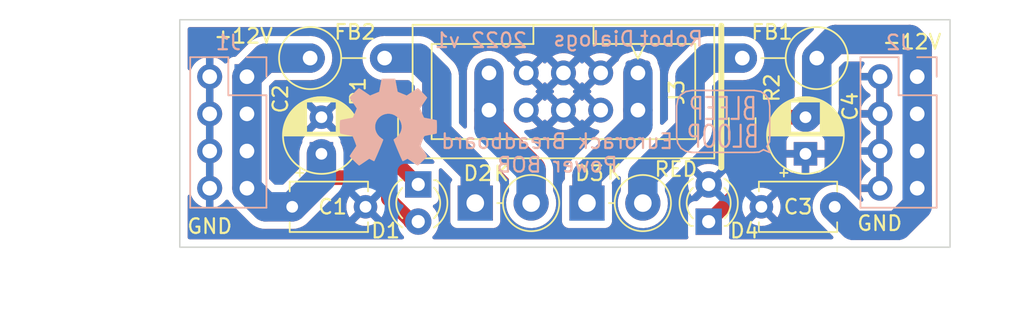
<source format=kicad_pcb>
(kicad_pcb (version 20211014) (generator pcbnew)
  (title_block (title "Eurorack Breadboard Power BOB") (date "2022-02-12") (rev "v1") (company "RobotDialogs"))
  (layers (0 "F.Cu" signal) (31 "B.Cu" signal) (34 "B.Paste" user) (35 "F.Paste" user) (36 "B.SilkS" user "B.Silkscreen") (37 "F.SilkS" user "F.Silkscreen") (38 "B.Mask" user) (39 "F.Mask" user) (44 "Edge.Cuts" user))
  (net 0 "")
  (net 1 "+12V")
  (net 2 "GND")
  (net 3 "-12V")
  (net 4 "Net-(D1-Pad1)")
  (net 5 "Net-(D2-Pad1)")
  (net 6 "+12VA")
  (net 7 "-12VA")
  (net 8 "Net-(D3-Pad2)")
  (net 9 "Net-(D4-Pad1)")
  (footprint "Capacitor_THT:CP_Radial_D5.0mm_P2.50mm" (layer "F.Cu") (at 134.62 77.659113 90)
    (fp_text reference "C2" (at 3.745113 -2.794 90) (layer "F.SilkS"))
    (fp_text value "100uF")
    (fp_line (start 1.49 -2.569) (end 1.49 -1.04) (layer "F.SilkS") (width 0.12))
    (fp_line (start 2.531 -2.247) (end 2.531 -1.04) (layer "F.SilkS") (width 0.12))
    (fp_line (start -1.554775 -1.475) (end -1.054775 -1.475) (layer "F.SilkS") (width 0.12))
    (fp_line (start 2.171 -2.414) (end 2.171 -1.04) (layer "F.SilkS") (width 0.12))
    (fp_line (start 3.691 -0.915) (end 3.691 0.915) (layer "F.SilkS") (width 0.12))
    (fp_line (start 3.771 -0.677) (end 3.771 0.677) (layer "F.SilkS") (width 0.12))
    (fp_line (start 2.691 1.04) (end 2.691 2.149) (layer "F.SilkS") (width 0.12))
    (fp_line (start 2.811 1.04) (end 2.811 2.065) (layer "F.SilkS") (width 0.12))
    (fp_line (start 2.091 -2.442) (end 2.091 -1.04) (layer "F.SilkS") (width 0.12))
    (fp_line (start 2.451 1.04) (end 2.451 2.29) (layer "F.SilkS") (width 0.12))
    (fp_line (start 1.53 -2.565) (end 1.53 -1.04) (layer "F.SilkS") (width 0.12))
    (fp_line (start 1.69 1.04) (end 1.69 2.543) (layer "F.SilkS") (width 0.12))
    (fp_line (start 3.371 -1.5) (end 3.371 -1.04) (layer "F.SilkS") (width 0.12))
    (fp_line (start 2.411 1.04) (end 2.411 2.31) (layer "F.SilkS") (width 0.12))
    (fp_line (start 3.811 -0.518) (end 3.811 0.518) (layer "F.SilkS") (width 0.12))
    (fp_line (start 1.65 -2.55) (end 1.65 -1.04) (layer "F.SilkS") (width 0.12))
    (fp_line (start 1.29 -2.58) (end 1.29 2.58) (layer "F.SilkS") (width 0.12))
    (fp_line (start 2.931 1.04) (end 2.931 1.971) (layer "F.SilkS") (width 0.12))
    (fp_line (start 1.89 -2.501) (end 1.89 -1.04) (layer "F.SilkS") (width 0.12))
    (fp_line (start 1.57 1.04) (end 1.57 2.561) (layer "F.SilkS") (width 0.12))
    (fp_line (start 3.851 -0.284) (end 3.851 0.284) (layer "F.SilkS") (width 0.12))
    (fp_line (start 1.77 1.04) (end 1.77 2.528) (layer "F.SilkS") (width 0.12))
    (fp_line (start 2.531 1.04) (end 2.531 2.247) (layer "F.SilkS") (width 0.12))
    (fp_line (start 3.331 1.04) (end 3.331 1.554) (layer "F.SilkS") (width 0.12))
    (fp_line (start 3.491 -1.319) (end 3.491 -1.04) (layer "F.SilkS") (width 0.12))
    (fp_line (start 3.291 -1.605) (end 3.291 -1.04) (layer "F.SilkS") (width 0.12))
    (fp_line (start 1.971 1.04) (end 1.971 2.48) (layer "F.SilkS") (width 0.12))
    (fp_line (start 3.091 -1.826) (end 3.091 -1.04) (layer "F.SilkS") (width 0.12))
    (fp_line (start 2.651 -2.175) (end 2.651 -1.04) (layer "F.SilkS") (width 0.12))
    (fp_line (start 3.131 -1.785) (end 3.131 -1.04) (layer "F.SilkS") (width 0.12))
    (fp_line (start 2.771 1.04) (end 2.771 2.095) (layer "F.SilkS") (width 0.12))
    (fp_line (start 3.571 -1.178) (end 3.571 1.178) (layer "F.SilkS") (width 0.12))
    (fp_line (start 2.331 -2.348) (end 2.331 -1.04) (layer "F.SilkS") (width 0.12))
    (fp_line (start 2.571 1.04) (end 2.571 2.224) (layer "F.SilkS") (width 0.12))
    (fp_line (start 3.051 1.04) (end 3.051 1.864) (layer "F.SilkS") (width 0.12))
    (fp_line (start 2.371 1.04) (end 2.371 2.329) (layer "F.SilkS") (width 0.12))
    (fp_line (start 1.73 -2.536) (end 1.73 -1.04) (layer "F.SilkS") (width 0.12))
    (fp_line (start 3.131 1.04) (end 3.131 1.785) (layer "F.SilkS") (width 0.12))
    (fp_line (start 2.251 -2.382) (end 2.251 -1.04) (layer "F.SilkS") (width 0.12))
    (fp_line (start 2.211 1.04) (end 2.211 2.398) (layer "F.SilkS") (width 0.12))
    (fp_line (start 2.891 -2.004) (end 2.891 -1.04) (layer "F.SilkS") (width 0.12))
    (fp_line (start 2.691 -2.149) (end 2.691 -1.04) (layer "F.SilkS") (width 0.12))
    (fp_line (start 2.411 -2.31) (end 2.411 -1.04) (layer "F.SilkS") (width 0.12))
    (fp_line (start 3.211 1.04) (end 3.211 1.699) (layer "F.SilkS") (width 0.12))
    (fp_line (start 2.011 1.04) (end 2.011 2.468) (layer "F.SilkS") (width 0.12))
    (fp_line (start 1.25 -2.58) (end 1.25 2.58) (layer "F.SilkS") (width 0.12))
    (fp_line (start 2.331 1.04) (end 2.331 2.348) (layer "F.SilkS") (width 0.12))
    (fp_line (start 1.93 -2.491) (end 1.93 -1.04) (layer "F.SilkS") (width 0.12))
    (fp_line (start 1.37 -2.578) (end 1.37 2.578) (layer "F.SilkS") (width 0.12))
    (fp_line (start 1.33 -2.579) (end 1.33 2.579) (layer "F.SilkS") (width 0.12))
    (fp_line (start 1.65 1.04) (end 1.65 2.55) (layer "F.SilkS") (width 0.12))
    (fp_line (start 1.93 1.04) (end 1.93 2.491) (layer "F.SilkS") (width 0.12))
    (fp_line (start 2.851 -2.035) (end 2.851 -1.04) (layer "F.SilkS") (width 0.12))
    (fp_line (start 3.731 -0.805) (end 3.731 0.805) (layer "F.SilkS") (width 0.12))
    (fp_line (start 3.451 1.04) (end 3.451 1.383) (layer "F.SilkS") (width 0.12))
    (fp_line (start 2.171 1.04) (end 2.171 2.414) (layer "F.SilkS") (width 0.12))
    (fp_line (start 3.051 -1.864) (end 3.051 -1.04) (layer "F.SilkS") (width 0.12))
    (fp_line (start 2.091 1.04) (end 2.091 2.442) (layer "F.SilkS") (width 0.12))
    (fp_line (start 3.611 -1.098) (end 3.611 1.098) (layer "F.SilkS") (width 0.12))
    (fp_line (start 2.931 -1.971) (end 2.931 -1.04) (layer "F.SilkS") (width 0.12))
    (fp_line (start 3.011 1.04) (end 3.011 1.901) (layer "F.SilkS") (width 0.12))
    (fp_line (start 2.131 1.04) (end 2.131 2.428) (layer "F.SilkS") (width 0.12))
    (fp_line (start 3.251 -1.653) (end 3.251 -1.04) (layer "F.SilkS") (width 0.12))
    (fp_line (start 2.891 1.04) (end 2.891 2.004) (layer "F.SilkS") (width 0.12))
    (fp_line (start 1.45 -2.573) (end 1.45 2.573) (layer "F.SilkS") (width 0.12))
    (fp_line (start 1.61 1.04) (end 1.61 2.556) (layer "F.SilkS") (width 0.12))
    (fp_line (start 3.491 1.04) (end 3.491 1.319) (layer "F.SilkS") (width 0.12))
    (fp_line (start 2.051 1.04) (end 2.051 2.455) (layer "F.SilkS") (width 0.12))
    (fp_line (start 3.651 -1.011) (end 3.651 1.011) (layer "F.SilkS") (width 0.12))
    (fp_line (start 1.61 -2.556) (end 1.61 -1.04) (layer "F.SilkS") (width 0.12))
    (fp_line (start 2.131 -2.428) (end 2.131 -1.04) (layer "F.SilkS") (width 0.12))
    (fp_line (start 3.531 -1.251) (end 3.531 -1.04) (layer "F.SilkS") (width 0.12))
    (fp_line (start 1.77 -2.528) (end 1.77 -1.04) (layer "F.SilkS") (width 0.12))
    (fp_line (start 2.291 -2.365) (end 2.291 -1.04) (layer "F.SilkS") (width 0.12))
    (fp_line (start 1.81 -2.52) (end 1.81 -1.04) (layer "F.SilkS") (width 0.12))
    (fp_line (start 2.291 1.04) (end 2.291 2.365) (layer "F.SilkS") (width 0.12))
    (fp_line (start 1.85 1.04) (end 1.85 2.511) (layer "F.SilkS") (width 0.12))
    (fp_line (start 3.331 -1.554) (end 3.331 -1.04) (layer "F.SilkS") (width 0.12))
    (fp_line (start 3.411 1.04) (end 3.411 1.443) (layer "F.SilkS") (width 0.12))
    (fp_line (start 3.451 -1.383) (end 3.451 -1.04) (layer "F.SilkS") (width 0.12))
    (fp_line (start 3.171 1.04) (end 3.171 1.743) (layer "F.SilkS") (width 0.12))
    (fp_line (start 1.49 1.04) (end 1.49 2.569) (layer "F.SilkS") (width 0.12))
    (fp_line (start 3.011 -1.901) (end 3.011 -1.04) (layer "F.SilkS") (width 0.12))
    (fp_line (start 2.651 1.04) (end 2.651 2.175) (layer "F.SilkS") (width 0.12))
    (fp_line (start 2.251 1.04) (end 2.251 2.382) (layer "F.SilkS") (width 0.12))
    (fp_line (start 2.731 1.04) (end 2.731 2.122) (layer "F.SilkS") (width 0.12))
    (fp_line (start 2.611 1.04) (end 2.611 2.2) (layer "F.SilkS") (width 0.12))
    (fp_line (start 2.211 -2.398) (end 2.211 -1.04) (layer "F.SilkS") (width 0.12))
    (fp_line (start 2.771 -2.095) (end 2.771 -1.04) (layer "F.SilkS") (width 0.12))
    (fp_line (start 2.011 -2.468) (end 2.011 -1.04) (layer "F.SilkS") (width 0.12))
    (fp_line (start 3.531 1.04) (end 3.531 1.251) (layer "F.SilkS") (width 0.12))
    (fp_line (start 1.971 -2.48) (end 1.971 -1.04) (layer "F.SilkS") (width 0.12))
    (fp_line (start 3.251 1.04) (end 3.251 1.653) (layer "F.SilkS") (width 0.12))
    (fp_line (start 3.371 1.04) (end 3.371 1.5) (layer "F.SilkS") (width 0.12))
    (fp_line (start 2.451 -2.29) (end 2.451 -1.04) (layer "F.SilkS") (width 0.12))
    (fp_line (start 3.171 -1.743) (end 3.171 -1.04) (layer "F.SilkS") (width 0.12))
    (fp_line (start 1.73 1.04) (end 1.73 2.536) (layer "F.SilkS") (width 0.12))
    (fp_line (start 1.69 -2.543) (end 1.69 -1.04) (layer "F.SilkS") (width 0.12))
    (fp_line (start 3.291 1.04) (end 3.291 1.605) (layer "F.SilkS") (width 0.12))
    (fp_line (start 2.971 1.04) (end 2.971 1.937) (layer "F.SilkS") (width 0.12))
    (fp_line (start 2.611 -2.2) (end 2.611 -1.04) (layer "F.SilkS") (width 0.12))
    (fp_line (start 2.051 -2.455) (end 2.051 -1.04) (layer "F.SilkS") (width 0.12))
    (fp_line (start -1.304775 -1.725) (end -1.304775 -1.225) (layer "F.SilkS") (width 0.12))
    (fp_line (start 2.491 1.04) (end 2.491 2.268) (layer "F.SilkS") (width 0.12))
    (fp_line (start 2.491 -2.268) (end 2.491 -1.04) (layer "F.SilkS") (width 0.12))
    (fp_line (start 3.411 -1.443) (end 3.411 -1.04) (layer "F.SilkS") (width 0.12))
    (fp_line (start 1.53 1.04) (end 1.53 2.565) (layer "F.SilkS") (width 0.12))
    (fp_line (start 2.851 1.04) (end 2.851 2.035) (layer "F.SilkS") (width 0.12))
    (fp_line (start 1.81 1.04) (end 1.81 2.52) (layer "F.SilkS") (width 0.12))
    (fp_line (start 2.731 -2.122) (end 2.731 -1.04) (layer "F.SilkS") (width 0.12))
    (fp_line (start 3.091 1.04) (end 3.091 1.826) (layer "F.SilkS") (width 0.12))
    (fp_line (start 3.211 -1.699) (end 3.211 -1.04) (layer "F.SilkS") (width 0.12))
    (fp_line (start 1.89 1.04) (end 1.89 2.501) (layer "F.SilkS") (width 0.12))
    (fp_line (start 2.571 -2.224) (end 2.571 -1.04) (layer "F.SilkS") (width 0.12))
    (fp_line (start 2.811 -2.065) (end 2.811 -1.04) (layer "F.SilkS") (width 0.12))
    (fp_line (start 2.971 -1.937) (end 2.971 -1.04) (layer "F.SilkS") (width 0.12))
    (fp_line (start 1.57 -2.561) (end 1.57 -1.04) (layer "F.SilkS") (width 0.12))
    (fp_line (start 1.85 -2.511) (end 1.85 -1.04) (layer "F.SilkS") (width 0.12))
    (fp_line (start 1.41 -2.576) (end 1.41 2.576) (layer "F.SilkS") (width 0.12))
    (fp_line (start 2.371 -2.329) (end 2.371 -1.04) (layer "F.SilkS") (width 0.12))
    (fp_circle (center 1.25 0) (end 3.87 0) (layer "F.SilkS") (width 0.12) (fill none))
    (pad "1" thru_hole rect locked (at 0 0 90) (size 1.6 1.6) (drill 0.8) (layers *.Cu *.Mask) (net 1 "+12V"))
    (pad "2" thru_hole circle locked (at 2.5 0 90) (size 1.6 1.6) (drill 0.8) (layers *.Cu *.Mask) (net 2 "GND"))
  )
  (footprint "Capacitor_THT:C_Disc_D5.1mm_W3.2mm_P5.00mm" (layer "F.Cu") (at 132.628 81.28)
    (fp_text reference "C1" (at 2.754 0) (layer "F.SilkS"))
    (fp_text value "10nF")
    (fp_line (start -0.17 1.055) (end -0.17 1.721) (layer "F.SilkS") (width 0.12))
    (fp_line (start 5.17 1.055) (end 5.17 1.721) (layer "F.SilkS") (width 0.12))
    (fp_line (start 5.17 -1.721) (end 5.17 -1.055) (layer "F.SilkS") (width 0.12))
    (fp_line (start -0.17 -1.721) (end -0.17 -1.055) (layer "F.SilkS") (width 0.12))
    (fp_line (start -0.17 -1.721) (end 5.17 -1.721) (layer "F.SilkS") (width 0.12))
    (fp_line (start -0.17 1.721) (end 5.17 1.721) (layer "F.SilkS") (width 0.12))
    (pad "1" thru_hole circle locked (at 0 0) (size 1.6 1.6) (drill 0.8) (layers *.Cu *.Mask) (net 1 "+12V"))
    (pad "2" thru_hole circle locked (at 5 0) (size 1.6 1.6) (drill 0.8) (layers *.Cu *.Mask) (net 2 "GND"))
  )
  (footprint "LED_THT:LED_D3.0mm" (layer "F.Cu") (at 161.036 82.296 90)
    (fp_text reference "D4" (at -0.614 2.434 180) (layer "F.SilkS"))
    (fp_text value "LED")
    (fp_line (start -0.29 -1.236) (end -0.29 -1.08) (layer "F.SilkS") (width 0.12))
    (fp_line (start -0.29 1.08) (end -0.29 1.236) (layer "F.SilkS") (width 0.12))
    (fp_arc (start 2.31113 1.079837) (mid 1.270117 1.5) (end 0.229039 1.08) (layer "F.SilkS") (width 0.12))
    (fp_arc (start 0.229039 -1.08) (mid 1.270117 -1.5) (end 2.31113 -1.079837) (layer "F.SilkS") (width 0.12))
    (fp_arc (start -0.29 -1.235516) (mid 1.366487 -1.987659) (end 2.942335 -1.078608) (layer "F.SilkS") (width 0.12))
    (fp_arc (start 2.942335 1.078608) (mid 1.366487 1.987659) (end -0.29 1.235516) (layer "F.SilkS") (width 0.12))
    (pad "1" thru_hole rect locked (at 0 0 90) (size 1.8 1.8) (drill 0.9) (layers *.Cu *.Mask) (net 9 "Net-(D4-Pad1)"))
    (pad "2" thru_hole circle locked (at 2.54 0 90) (size 1.8 1.8) (drill 0.9) (layers *.Cu *.Mask) (net 2 "GND"))
  )
  (footprint "Diode_THT:D_DO-15_P3.81mm_Vertical_KathodeUp" (layer "F.Cu") (at 152.735 81.026)
    (fp_text reference "D3" (at 0.173 -2.032) (layer "F.SilkS"))
    (fp_text value "D")
    (fp_text user "K" (at 1.865 -2.116) (layer "F.SilkS"))
    (fp_line (start 1.89 0) (end 1.5 0) (layer "F.SilkS") (width 0.12))
    (fp_circle (center 3.81 0) (end 5.73 0) (layer "F.SilkS") (width 0.12) (fill none))
    (pad "1" thru_hole rect locked (at 0 0) (size 2.4 2.4) (drill 1.2) (layers *.Cu *.Mask) (net 7 "-12VA"))
    (pad "2" thru_hole oval locked (at 3.81 0) (size 2.4 2.4) (drill 1.2) (layers *.Cu *.Mask) (net 8 "Net-(D3-Pad2)"))
  )
  (footprint "LED_THT:LED_D3.0mm" (layer "F.Cu") (at 141.224 79.751 -90)
    (fp_text reference "D1" (at 3.159 2.224 180) (layer "F.SilkS"))
    (fp_text value "LED")
    (fp_line (start -0.29 1.08) (end -0.29 1.236) (layer "F.SilkS") (width 0.12))
    (fp_line (start -0.29 -1.236) (end -0.29 -1.08) (layer "F.SilkS") (width 0.12))
    (fp_arc (start 2.942335 1.078608) (mid 1.366487 1.987659) (end -0.29 1.235516) (layer "F.SilkS") (width 0.12))
    (fp_arc (start 2.31113 1.079837) (mid 1.270117 1.5) (end 0.229039 1.08) (layer "F.SilkS") (width 0.12))
    (fp_arc (start -0.29 -1.235516) (mid 1.366487 -1.987659) (end 2.942335 -1.078608) (layer "F.SilkS") (width 0.12))
    (fp_arc (start 0.229039 -1.08) (mid 1.270117 -1.5) (end 2.31113 -1.079837) (layer "F.SilkS") (width 0.12))
    (pad "1" thru_hole rect locked (at 0 0 270) (size 1.8 1.8) (drill 0.9) (layers *.Cu *.Mask) (net 4 "Net-(D1-Pad1)"))
    (pad "2" thru_hole circle locked (at 2.54 0 270) (size 1.8 1.8) (drill 0.9) (layers *.Cu *.Mask) (net 1 "+12V"))
  )
  (footprint "Diode_THT:D_DO-15_P3.81mm_Vertical_KathodeUp" (layer "F.Cu") (at 145.115 81.026)
    (fp_text reference "D2" (at 0.173 -2.032) (layer "F.SilkS"))
    (fp_text value "D")
    (fp_text user "K" (at 1.785 -2.016) (layer "F.SilkS"))
    (fp_line (start 1.89 0) (end 1.5 0) (layer "F.SilkS") (width 0.12))
    (fp_circle (center 3.81 0) (end 5.73 0) (layer "F.SilkS") (width 0.12) (fill none))
    (pad "1" thru_hole rect locked (at 0 0) (size 2.4 2.4) (drill 1.2) (layers *.Cu *.Mask) (net 5 "Net-(D2-Pad1)"))
    (pad "2" thru_hole oval locked (at 3.81 0) (size 2.4 2.4) (drill 1.2) (layers *.Cu *.Mask) (net 6 "+12VA"))
  )
  (footprint "Resistor_SMD:R_1206_3216Metric_Pad1.30x1.75mm_HandSolder" (layer "F.Cu") (at 163.322 75.946 90)
    (fp_text reference "R2" (at 2.794 2.032 90) (layer "F.SilkS"))
    (fp_text value "1k")
    (fp_line (start -0.727064 0.91) (end 0.727064 0.91) (layer "F.SilkS") (width 0.12))
    (fp_line (start -0.727064 -0.91) (end 0.727064 -0.91) (layer "F.SilkS") (width 0.12))
    (pad "1" smd roundrect locked (at -1.55 0 90) (size 1.3 1.75) (layers "F.Cu" "F.Paste" "F.Mask") (roundrect_rratio 0.192308) (net 9 "Net-(D4-Pad1)"))
    (pad "2" smd roundrect locked (at 1.55 0 90) (size 1.3 1.75) (layers "F.Cu" "F.Paste" "F.Mask") (roundrect_rratio 0.192308) (net 3 "-12V"))
  )
  (footprint "Resistor_SMD:R_1206_3216Metric_Pad1.30x1.75mm_HandSolder" (layer "F.Cu") (at 138.938 75.946 90)
    (fp_text reference "R1" (at 2.54 -1.82 90) (layer "F.SilkS"))
    (fp_text value "1k")
    (fp_line (start -0.727064 -0.91) (end 0.727064 -0.91) (layer "F.SilkS") (width 0.12))
    (fp_line (start -0.727064 0.91) (end 0.727064 0.91) (layer "F.SilkS") (width 0.12))
    (pad "1" smd roundrect locked (at -1.55 0 90) (size 1.3 1.75) (layers "F.Cu" "F.Paste" "F.Mask") (roundrect_rratio 0.192308) (net 4 "Net-(D1-Pad1)"))
    (pad "2" smd roundrect locked (at 1.55 0 90) (size 1.3 1.75) (layers "F.Cu" "F.Paste" "F.Mask") (roundrect_rratio 0.192308) (net 2 "GND"))
  )
  (footprint "Inductor_THT:L_Axial_L9.5mm_D4.0mm_P5.08mm_Vertical_Fastron_SMCC" (layer "F.Cu") (at 133.85 71.12)
    (fp_text reference "FB2" (at 3.056 -1.778) (layer "F.SilkS"))
    (fp_text value "FerriteBead_Small")
    (fp_line (start 2.12 0) (end 3.78 0) (layer "F.SilkS") (width 0.12))
    (fp_circle (center 0 0) (end 2.12 0) (layer "F.SilkS") (width 0.12) (fill none))
    (pad "1" thru_hole circle locked (at 0 0) (size 2 2) (drill 1) (layers *.Cu *.Mask) (net 1 "+12V"))
    (pad "2" thru_hole oval locked (at 5.08 0) (size 2 2) (drill 1) (layers *.Cu *.Mask) (net 5 "Net-(D2-Pad1)"))
  )
  (footprint "Capacitor_THT:C_Disc_D5.1mm_W3.2mm_P5.00mm" (layer "F.Cu") (at 164.632 81.28)
    (fp_text reference "C3" (at 2.5 0) (layer "F.SilkS"))
    (fp_text value "10nF")
    (fp_line (start 5.17 -1.721) (end 5.17 -1.055) (layer "F.SilkS") (width 0.12))
    (fp_line (start 5.17 1.055) (end 5.17 1.721) (layer "F.SilkS") (width 0.12))
    (fp_line (start -0.17 1.055) (end -0.17 1.721) (layer "F.SilkS") (width 0.12))
    (fp_line (start -0.17 -1.721) (end 5.17 -1.721) (layer "F.SilkS") (width 0.12))
    (fp_line (start -0.17 -1.721) (end -0.17 -1.055) (layer "F.SilkS") (width 0.12))
    (fp_line (start -0.17 1.721) (end 5.17 1.721) (layer "F.SilkS") (width 0.12))
    (pad "1" thru_hole circle locked (at 0 0) (size 1.6 1.6) (drill 0.8) (layers *.Cu *.Mask) (net 2 "GND"))
    (pad "2" thru_hole circle locked (at 5 0) (size 1.6 1.6) (drill 0.8) (layers *.Cu *.Mask) (net 3 "-12V"))
  )
  (footprint "Capacitor_THT:CP_Radial_D5.0mm_P2.50mm" (layer "F.Cu") (at 167.64 77.659113 90)
    (fp_text reference "C4" (at 3.237113 3.048 90) (layer "F.SilkS"))
    (fp_text value "100uF")
    (fp_line (start 3.211 1.04) (end 3.211 1.699) (layer "F.SilkS") (width 0.12))
    (fp_line (start 3.451 -1.383) (end 3.451 -1.04) (layer "F.SilkS") (width 0.12))
    (fp_line (start 1.57 1.04) (end 1.57 2.561) (layer "F.SilkS") (width 0.12))
    (fp_line (start -1.304775 -1.725) (end -1.304775 -1.225) (layer "F.SilkS") (width 0.12))
    (fp_line (start 2.331 1.04) (end 2.331 2.348) (layer "F.SilkS") (width 0.12))
    (fp_line (start 3.771 -0.677) (end 3.771 0.677) (layer "F.SilkS") (width 0.12))
    (fp_line (start 1.41 -2.576) (end 1.41 2.576) (layer "F.SilkS") (width 0.12))
    (fp_line (start 2.251 -2.382) (end 2.251 -1.04) (layer "F.SilkS") (width 0.12))
    (fp_line (start 2.451 1.04) (end 2.451 2.29) (layer "F.SilkS") (width 0.12))
    (fp_line (start 3.291 1.04) (end 3.291 1.605) (layer "F.SilkS") (width 0.12))
    (fp_line (start 3.011 1.04) (end 3.011 1.901) (layer "F.SilkS") (width 0.12))
    (fp_line (start 1.33 -2.579) (end 1.33 2.579) (layer "F.SilkS") (width 0.12))
    (fp_line (start 2.011 1.04) (end 2.011 2.468) (layer "F.SilkS") (width 0.12))
    (fp_line (start 2.571 -2.224) (end 2.571 -1.04) (layer "F.SilkS") (width 0.12))
    (fp_line (start 3.731 -0.805) (end 3.731 0.805) (layer "F.SilkS") (width 0.12))
    (fp_line (start 3.051 -1.864) (end 3.051 -1.04) (layer "F.SilkS") (width 0.12))
    (fp_line (start 2.011 -2.468) (end 2.011 -1.04) (layer "F.SilkS") (width 0.12))
    (fp_line (start 2.891 1.04) (end 2.891 2.004) (layer "F.SilkS") (width 0.12))
    (fp_line (start 3.651 -1.011) (end 3.651 1.011) (layer "F.SilkS") (width 0.12))
    (fp_line (start 1.85 1.04) (end 1.85 2.511) (layer "F.SilkS") (width 0.12))
    (fp_line (start 3.251 -1.653) (end 3.251 -1.04) (layer "F.SilkS") (width 0.12))
    (fp_line (start 2.691 1.04) (end 2.691 2.149) (layer "F.SilkS") (width 0.12))
    (fp_line (start 3.371 -1.5) (end 3.371 -1.04) (layer "F.SilkS") (width 0.12))
    (fp_line (start 1.93 1.04) (end 1.93 2.491) (layer "F.SilkS") (width 0.12))
    (fp_line (start 1.45 -2.573) (end 1.45 2.573) (layer "F.SilkS") (width 0.12))
    (fp_line (start 3.531 -1.251) (end 3.531 -1.04) (layer "F.SilkS") (width 0.12))
    (fp_line (start 2.851 -2.035) (end 2.851 -1.04) (layer "F.SilkS") (width 0.12))
    (fp_line (start 2.291 -2.365) (end 2.291 -1.04) (layer "F.SilkS") (width 0.12))
    (fp_line (start 2.131 1.04) (end 2.131 2.428) (layer "F.SilkS") (width 0.12))
    (fp_line (start 2.531 -2.247) (end 2.531 -1.04) (layer "F.SilkS") (width 0.12))
    (fp_line (start 2.651 1.04) (end 2.651 2.175) (layer "F.SilkS") (width 0.12))
    (fp_line (start 3.051 1.04) (end 3.051 1.864) (layer "F.SilkS") (width 0.12))
    (fp_line (start 3.011 -1.901) (end 3.011 -1.04) (layer "F.SilkS") (width 0.12))
    (fp_line (start 3.571 -1.178) (end 3.571 1.178) (layer "F.SilkS") (width 0.12))
    (fp_line (start 1.25 -2.58) (end 1.25 2.58) (layer "F.SilkS") (width 0.12))
    (fp_line (start 2.771 -2.095) (end 2.771 -1.04) (layer "F.SilkS") (width 0.12))
    (fp_line (start 1.49 1.04) (end 1.49 2.569) (layer "F.SilkS") (width 0.12))
    (fp_line (start 2.811 1.04) (end 2.811 2.065) (layer "F.SilkS") (width 0.12))
    (fp_line (start 3.171 1.04) (end 3.171 1.743) (layer "F.SilkS") (width 0.12))
    (fp_line (start 2.331 -2.348) (end 2.331 -1.04) (layer "F.SilkS") (width 0.12))
    (fp_line (start 1.77 -2.528) (end 1.77 -1.04) (layer "F.SilkS") (width 0.12))
    (fp_line (start 2.971 -1.937) (end 2.971 -1.04) (layer "F.SilkS") (width 0.12))
    (fp_line (start 2.171 1.04) (end 2.171 2.414) (layer "F.SilkS") (width 0.12))
    (fp_line (start 2.851 1.04) (end 2.851 2.035) (layer "F.SilkS") (width 0.12))
    (fp_line (start 3.131 -1.785) (end 3.131 -1.04) (layer "F.SilkS") (width 0.12))
    (fp_line (start 3.451 1.04) (end 3.451 1.383) (layer "F.SilkS") (width 0.12))
    (fp_line (start 1.81 1.04) (end 1.81 2.52) (layer "F.SilkS") (width 0.12))
    (fp_line (start 1.89 -2.501) (end 1.89 -1.04) (layer "F.SilkS") (width 0.12))
    (fp_line (start 2.891 -2.004) (end 2.891 -1.04) (layer "F.SilkS") (width 0.12))
    (fp_line (start 3.611 -1.098) (end 3.611 1.098) (layer "F.SilkS") (width 0.12))
    (fp_line (start 2.811 -2.065) (end 2.811 -1.04) (layer "F.SilkS") (width 0.12))
    (fp_line (start 2.211 -2.398) (end 2.211 -1.04) (layer "F.SilkS") (width 0.12))
    (fp_line (start 3.251 1.04) (end 3.251 1.653) (layer "F.SilkS") (width 0.12))
    (fp_line (start 1.89 1.04) (end 1.89 2.501) (layer "F.SilkS") (width 0.12))
    (fp_line (start 2.211 1.04) (end 2.211 2.398) (layer "F.SilkS") (width 0.12))
    (fp_line (start 3.491 1.04) (end 3.491 1.319) (layer "F.SilkS") (width 0.12))
    (fp_line (start 3.851 -0.284) (end 3.851 0.284) (layer "F.SilkS") (width 0.12))
    (fp_line (start 2.451 -2.29) (end 2.451 -1.04) (layer "F.SilkS") (width 0.12))
    (fp_line (start -1.554775 -1.475) (end -1.054775 -1.475) (layer "F.SilkS") (width 0.12))
    (fp_line (start 1.53 -2.565) (end 1.53 -1.04) (layer "F.SilkS") (width 0.12))
    (fp_line (start 3.091 1.04) (end 3.091 1.826) (layer "F.SilkS") (width 0.12))
    (fp_line (start 3.811 -0.518) (end 3.811 0.518) (layer "F.SilkS") (width 0.12))
    (fp_line (start 3.691 -0.915) (end 3.691 0.915) (layer "F.SilkS") (width 0.12))
    (fp_line (start 3.411 1.04) (end 3.411 1.443) (layer "F.SilkS") (width 0.12))
    (fp_line (start 2.051 -2.455) (end 2.051 -1.04) (layer "F.SilkS") (width 0.12))
    (fp_line (start 3.531 1.04) (end 3.531 1.251) (layer "F.SilkS") (width 0.12))
    (fp_line (start 3.331 -1.554) (end 3.331 -1.04) (layer "F.SilkS") (width 0.12))
    (fp_line (start 1.971 -2.48) (end 1.971 -1.04) (layer "F.SilkS") (width 0.12))
    (fp_line (start 2.291 1.04) (end 2.291 2.365) (layer "F.SilkS") (width 0.12))
    (fp_line (start 3.371 1.04) (end 3.371 1.5) (layer "F.SilkS") (width 0.12))
    (fp_line (start 1.971 1.04) (end 1.971 2.48) (layer "F.SilkS") (width 0.12))
    (fp_line (start 1.61 1.04) (end 1.61 2.556) (layer "F.SilkS") (width 0.12))
    (fp_line (start 1.53 1.04) (end 1.53 2.565) (layer "F.SilkS") (width 0.12))
    (fp_line (start 1.77 1.04) (end 1.77 2.528) (layer "F.SilkS") (width 0.12))
    (fp_line (start 2.091 -2.442) (end 2.091 -1.04) (layer "F.SilkS") (width 0.12))
    (fp_line (start 3.211 -1.699) (end 3.211 -1.04) (layer "F.SilkS") (width 0.12))
    (fp_line (start 2.051 1.04) (end 2.051 2.455) (layer "F.SilkS") (width 0.12))
    (fp_line (start 2.131 -2.428) (end 2.131 -1.04) (layer "F.SilkS") (width 0.12))
    (fp_line (start 3.491 -1.319) (end 3.491 -1.04) (layer "F.SilkS") (width 0.12))
    (fp_line (start 3.411 -1.443) (end 3.411 -1.04) (layer "F.SilkS") (width 0.12))
    (fp_line (start 2.651 -2.175) (end 2.651 -1.04) (layer "F.SilkS") (width 0.12))
    (fp_line (start 2.531 1.04) (end 2.531 2.247) (layer "F.SilkS") (width 0.12))
    (fp_line (start 2.171 -2.414) (end 2.171 -1.04) (layer "F.SilkS") (width 0.12))
    (fp_line (start 1.85 -2.511) (end 1.85 -1.04) (layer "F.SilkS") (width 0.12))
    (fp_line (start 2.611 -2.2) (end 2.611 -1.04) (layer "F.SilkS") (width 0.12))
    (fp_line (start 1.65 1.04) (end 1.65 2.55) (layer "F.SilkS") (width 0.12))
    (fp_line (start 3.171 -1.743) (end 3.171 -1.04) (layer "F.SilkS") (width 0.12))
    (fp_line (start 1.61 -2.556) (end 1.61 -1.04) (layer "F.SilkS") (width 0.12))
    (fp_line (start 2.731 1.04) (end 2.731 2.122) (layer "F.SilkS") (width 0.12))
    (fp_line (start 3.091 -1.826) (end 3.091 -1.04) (layer "F.SilkS") (width 0.12))
    (fp_line (start 1.81 -2.52) (end 1.81 -1.04) (layer "F.SilkS") (width 0.12))
    (fp_line (start 2.691 -2.149) (end 2.691 -1.04) (layer "F.SilkS") (width 0.12))
    (fp_line (start 2.491 1.04) (end 2.491 2.268) (layer "F.SilkS") (width 0.12))
    (fp_line (start 1.93 -2.491) (end 1.93 -1.04) (layer "F.SilkS") (width 0.12))
    (fp_line (start 2.411 1.04) (end 2.411 2.31) (layer "F.SilkS") (width 0.12))
    (fp_line (start 3.131 1.04) (end 3.131 1.785) (layer "F.SilkS") (width 0.12))
    (fp_line (start 2.411 -2.31) (end 2.411 -1.04) (layer "F.SilkS") (width 0.12))
    (fp_line (start 2.931 -1.971) (end 2.931 -1.04) (layer "F.SilkS") (width 0.12))
    (fp_line (start 1.49 -2.569) (end 1.49 -1.04) (layer "F.SilkS") (width 0.12))
    (fp_line (start 2.371 1.04) (end 2.371 2.329) (layer "F.SilkS") (width 0.12))
    (fp_line (start 2.731 -2.122) (end 2.731 -1.04) (layer "F.SilkS") (width 0.12))
    (fp_line (start 2.091 1.04) (end 2.091 2.442) (layer "F.SilkS") (width 0.12))
    (fp_line (start 2.611 1.04) (end 2.611 2.2) (layer "F.SilkS") (width 0.12))
    (fp_line (start 2.931 1.04) (end 2.931 1.971) (layer "F.SilkS") (width 0.12))
    (fp_line (start 1.73 1.04) (end 1.73 2.536) (layer "F.SilkS") (width 0.12))
    (fp_line (start 1.65 -2.55) (end 1.65 -1.04) (layer "F.SilkS") (width 0.12))
    (fp_line (start 2.491 -2.268) (end 2.491 -1.04) (layer "F.SilkS") (width 0.12))
    (fp_line (start 1.37 -2.578) (end 1.37 2.578) (layer "F.SilkS") (width 0.12))
    (fp_line (start 2.371 -2.329) (end 2.371 -1.04) (layer "F.SilkS") (width 0.12))
    (fp_line (start 2.771 1.04) (end 2.771 2.095) (layer "F.SilkS") (width 0.12))
    (fp_line (start 3.331 1.04) (end 3.331 1.554) (layer "F.SilkS") (width 0.12))
    (fp_line (start 1.69 -2.543) (end 1.69 -1.04) (layer "F.SilkS") (width 0.12))
    (fp_line (start 2.571 1.04) (end 2.571 2.224) (layer "F.SilkS") (width 0.12))
    (fp_line (start 1.69 1.04) (end 1.69 2.543) (layer "F.SilkS") (width 0.12))
    (fp_line (start 1.73 -2.536) (end 1.73 -1.04) (layer "F.SilkS") (width 0.12))
    (fp_line (start 1.29 -2.58) (end 1.29 2.58) (layer "F.SilkS") (width 0.12))
    (fp_line (start 2.251 1.04) (end 2.251 2.382) (layer "F.SilkS") (width 0.12))
    (fp_line (start 1.57 -2.561) (end 1.57 -1.04) (layer "F.SilkS") (width 0.12))
    (fp_line (start 2.971 1.04) (end 2.971 1.937) (layer "F.SilkS") (width 0.12))
    (fp_line (start 3.291 -1.605) (end 3.291 -1.04) (layer "F.SilkS") (width 0.12))
    (fp_circle (center 1.25 0) (end 3.87 0) (layer "F.SilkS") (width 0.12) (fill none))
    (pad "1" thru_hole rect locked (at 0 0 90) (size 1.6 1.6) (drill 0.8) (layers *.Cu *.Mask) (net 2 "GND"))
    (pad "2" thru_hole circle locked (at 2.5 0 90) (size 1.6 1.6) (drill 0.8) (layers *.Cu *.Mask) (net 3 "-12V"))
  )
  (footprint "My Stuff:Logo2" (layer "F.Cu") (at 162.052 75.438)
    (fp_text reference "REF**" hide)
    (fp_text value "Logo2" hide)
    (fp_text user "BLEEP" (at -0.05 -0.85) (layer "B.SilkS") (effects (font (size 1.5 1)) (justify mirror)))
    (fp_text user "BLOOP" (at -0.05 1.05) (layer "B.SilkS") (effects (font (size 1.5 1)) (justify mirror)))
    (fp_line (start -2.141661 2.124998) (end 2.091669 2.124998) (layer "B.SilkS") (width 0.1125))
    (fp_line (start -3.199993 1.066665) (end -3.123926 1.49992) (layer "B.SilkS") (width 0.1125))
    (fp_line (start -2.574917 2.04893) (end -2.141661 2.124998) (layer "B.SilkS") (width 0.1125))
    (fp_line (start 2.524922 -2.032264) (end 2.091667 -2.108332) (layer "B.SilkS") (width 0.1125))
    (fp_line (start 3.150001 1.066665) (end 3.15 -1.05) (layer "B.SilkS") (width 0.1125))
    (fp_line (start 2.422348 2.102468) (end 2.724937 1.944755) (layer "B.SilkS") (width 0.1125))
    (fp_line (start -3.123926 1.49992) (end -2.908952 1.833956) (layer "B.SilkS") (width 0.1125))
    (fp_line (start -2.908952 1.833956) (end -2.574917 2.04893) (layer "B.SilkS") (width 0.1125))
    (fp_line (start -3.199995 -1.050002) (end -3.199993 1.066665) (layer "B.SilkS") (width 0.1125))
    (fp_line (start 3.152556 2.12499) (end 2.960877 1.712768) (layer "B.SilkS") (width 0.1125))
    (fp_line (start 3.073933 -1.483255) (end 2.858959 -1.817291) (layer "B.SilkS") (width 0.1125))
    (fp_line (start -2.908954 -1.817291) (end -3.123927 -1.483255) (layer "B.SilkS") (width 0.1125))
    (fp_line (start 2.858959 -1.817291) (end 2.524922 -2.032264) (layer "B.SilkS") (width 0.1125))
    (fp_line (start -3.123927 -1.483255) (end -3.199995 -1.050002) (layer "B.SilkS") (width 0.1125))
    (fp_line (start 3.15 -1.05) (end 3.073933 -1.483255) (layer "B.SilkS") (width 0.1125))
    (fp_line (start 2.091667 -2.108332) (end -2.141663 -2.108335) (layer "B.SilkS") (width 0.1125))
    (fp_line (start -2.574917 -2.032266) (end -2.908954 -1.817291) (layer "B.SilkS") (width 0.1125))
    (fp_line (start -2.141663 -2.108335) (end -2.574917 -2.032266) (layer "B.SilkS") (width 0.1125))
    (fp_line (start 3.12636 1.401287) (end 3.150001 1.066665) (layer "B.SilkS") (width 0.1125))
    (fp_line (start 2.091669 2.124998) (end 2.422348 2.102468) (layer "B.SilkS") (width 0.1125))
    (fp_line (start 2.724937 1.944755) (end 3.152556 2.12499) (layer "B.SilkS") (width 0.1125))
    (fp_line (start 2.960877 1.712768) (end 3.12636 1.401287) (layer "B.SilkS") (width 0.1125))
  )
  (footprint "Inductor_THT:L_Axial_L9.5mm_D4.0mm_P5.08mm_Vertical_Fastron_SMCC" (layer "F.Cu") (at 168.41 71.12 180)
    (fp_text reference "FB1" (at 3.056 1.778) (layer "F.SilkS"))
    (fp_text value "FerriteBead_Small")
    (fp_line (start 2.12 0) (end 3.78 0) (layer "F.SilkS") (width 0.12))
    (fp_circle (center 0 0) (end 2.12 0) (layer "F.SilkS") (width 0.12) (fill none))
    (pad "1" thru_hole circle locked (at 0 0 180) (size 2 2) (drill 1) (layers *.Cu *.Mask) (net 3 "-12V"))
    (pad "2" thru_hole oval locked (at 5.08 0 180) (size 2 2) (drill 1) (layers *.Cu *.Mask) (net 8 "Net-(D3-Pad2)"))
  )
  (footprint "Connector_IDC:IDC-Header_2x05_P2.54mm_Vertical" (layer "F.Cu") (at 156.21 72.136 -90)
    (fp_text reference "J3" (at 1.325 -2.65 90) (layer "F.SilkS"))
    (fp_text value "Conn_02x05_Odd_Even")
    (fp_line (start -3.29 3.03) (end -1.98 3.03) (layer "F.SilkS") (width 0.12))
    (fp_line (start -1.975 0.5) (end -0.975 0) (layer "F.SilkS") (width 0.12))
    (fp_line (start -1.98 -3.91) (end 4.52 -3.91) (layer "F.SilkS") (width 0.12))
    (fp_line (start 5.83 15.37) (end -3.29 15.37) (layer "F.SilkS") (width 0.12))
    (fp_line (start -1.98 14.07) (end -1.98 7.13) (layer "F.SilkS") (width 0.12))
    (fp_line (start -1.98 3.03) (end -1.98 -3.91) (layer "F.SilkS") (width 0.12))
    (fp_line (start -1.975 -0.5) (end -1.975 0.5) (layer "F.SilkS") (width 0.12))
    (fp_line (start -1.98 7.13) (end -3.29 7.13) (layer "F.SilkS") (width 0.12))
    (fp_line (start 5.83 -5.21) (end 5.83 15.37) (layer "F.SilkS") (width 0.12))
    (fp_line (start -3.29 15.37) (end -3.29 -5.21) (layer "F.SilkS") (width 0.12))
    (fp_line (start -1.98 7.13) (end -1.98 7.13) (layer "F.SilkS") (width 0.12))
    (fp_line (start 4.52 14.07) (end -1.98 14.07) (layer "F.SilkS") (width 0.12))
    (fp_line (start -3.29 -5.21) (end 5.83 -5.21) (layer "F.SilkS") (width 0.12))
    (fp_line (start -0.975 0) (end -1.975 -0.5) (layer "F.SilkS") (width 0.12))
    (fp_line (start 4.52 -3.91) (end 4.52 14.07) (layer "F.SilkS") (width 0.12))
    (pad "1" thru_hole roundrect (at 0 0 270) (size 1.7 1.7) (drill 1) (layers *.Cu *.Mask) (roundrect_rratio 0.147059) (net 7 "-12VA"))
    (pad "2" thru_hole circle (at 2.54 0 270) (size 1.7 1.7) (drill 1) (layers *.Cu *.Mask) (net 7 "-12VA"))
    (pad "3" thru_hole circle (at 0 2.54 270) (size 1.7 1.7) (drill 1) (layers *.Cu *.Mask) (net 2 "GND"))
    (pad "4" thru_hole circle (at 2.54 2.54 270) (size 1.7 1.7) (drill 1) (layers *.Cu *.Mask) (net 2 "GND"))
    (pad "5" thru_hole circle (at 0 5.08 270) (size 1.7 1.7) (drill 1) (layers *.Cu *.Mask) (net 2 "GND"))
    (pad "6" thru_hole circle (at 2.54 5.08 270) (size 1.7 1.7) (drill 1) (layers *.Cu *.Mask) (net 2 "GND"))
    (pad "7" thru_hole circle (at 0 7.62 270) (size 1.7 1.7) (drill 1) (layers *.Cu *.Mask) (net 2 "GND"))
    (pad "8" thru_hole circle (at 2.54 7.62 270) (size 1.7 1.7) (drill 1) (layers *.Cu *.Mask) (net 2 "GND"))
    (pad "9" thru_hole circle (at 0 10.16 270) (size 1.7 1.7) (drill 1) (layers *.Cu *.Mask) (net 6 "+12VA"))
    (pad "10" thru_hole circle (at 2.54 10.16 270) (size 1.7 1.7) (drill 1) (layers *.Cu *.Mask) (net 6 "+12VA"))
  )
  (footprint "Connector_PinHeader_2.54mm:PinHeader_2x04_P2.54mm_Vertical" (layer "B.Cu") (at 175.26 72.39 180)
    (fp_text reference "J2" (at 1.27 2.33) (layer "B.SilkS") (effects (justify mirror)))
    (fp_text value "Conn_02x04_Odd_Even")
    (fp_line (start -1.33 -8.95) (end 3.87 -8.95) (layer "B.SilkS") (width 0.12))
    (fp_line (start -1.33 1.33) (end 0 1.33) (layer "B.SilkS") (width 0.12))
    (fp_line (start -1.33 -1.27) (end 1.27 -1.27) (layer "B.SilkS") (width 0.12))
    (fp_line (start 1.27 1.33) (end 3.87 1.33) (layer "B.SilkS") (width 0.12))
    (fp_line (start -1.33 0) (end -1.33 1.33) (layer "B.SilkS") (width 0.12))
    (fp_line (start 3.87 1.33) (end 3.87 -8.95) (layer "B.SilkS") (width 0.12))
    (fp_line (start 1.27 -1.27) (end 1.27 1.33) (layer "B.SilkS") (width 0.12))
    (fp_line (start -1.33 -1.27) (end -1.33 -8.95) (layer "B.SilkS") (width 0.12))
    (pad "1" thru_hole rect locked (at 0 0 180) (size 1.7 1.7) (drill 1) (layers *.Cu *.Mask) (net 3 "-12V"))
    (pad "2" thru_hole oval locked (at 2.54 0 180) (size 1.7 1.7) (drill 1) (layers *.Cu *.Mask) (net 2 "GND"))
    (pad "3" thru_hole oval locked (at 0 -2.54 180) (size 1.7 1.7) (drill 1) (layers *.Cu *.Mask) (net 3 "-12V"))
    (pad "4" thru_hole oval locked (at 2.54 -2.54 180) (size 1.7 1.7) (drill 1) (layers *.Cu *.Mask) (net 2 "GND"))
    (pad "5" thru_hole oval locked (at 0 -5.08 180) (size 1.7 1.7) (drill 1) (layers *.Cu *.Mask) (net 3 "-12V"))
    (pad "6" thru_hole oval locked (at 2.54 -5.08 180) (size 1.7 1.7) (drill 1) (layers *.Cu *.Mask) (net 2 "GND"))
    (pad "7" thru_hole oval locked (at 0 -7.62 180) (size 1.7 1.7) (drill 1) (layers *.Cu *.Mask) (net 3 "-12V"))
    (pad "8" thru_hole oval locked (at 2.54 -7.62 180) (size 1.7 1.7) (drill 1) (layers *.Cu *.Mask) (net 2 "GND"))
  )
  (footprint "Symbol:OSHW-Symbol_6.7x6mm_SilkScreen" (layer "B.Cu") (at 139.2 75.51 180)
    (fp_text reference "REF**" hide)
    (fp_text value "OSHW-Symbol_6.7x6mm_SilkScreen" hide)
    (fp_poly (pts (xy 0.555814 2.531069) (xy 0.639635 2.086445) (xy 0.94892 1.958947) (xy 1.258206 1.831449) (xy 1.629246 2.083754) (xy 1.733157 2.154004) (xy 1.827087 2.216728) (xy 1.906652 2.269062) (xy 1.96747 2.308143) (xy 2.005157 2.331107) (xy 2.015421 2.336058) (xy 2.03391 2.323324) (xy 2.07342 2.288118) (xy 2.129522 2.234938) (xy 2.197787 2.168282) (xy 2.273786 2.092646) (xy 2.353092 2.012528) (xy 2.431275 1.932426) (xy 2.503907 1.856836) (xy 2.566559 1.790255) (xy 2.614803 1.737182) (xy 2.64421 1.702113) (xy 2.651241 1.690377) (xy 2.641123 1.66874) (xy 2.612759 1.621338) (xy 2.569129 1.552807) (xy 2.513218 1.467785) (xy 2.448006 1.370907) (xy 2.410219 1.31565) (xy 2.341343 1.214752) (xy 2.28014 1.123701) (xy 2.229578 1.04703) (xy 2.192628 0.989272) (xy 2.172258 0.954957) (xy 2.169197 0.947746) (xy 2.176136 0.927252) (xy 2.195051 0.879487) (xy 2.223087 0.811168) (xy 2.257391 0.729011) (xy 2.295109 0.63973) (xy 2.333387 0.550042) (xy 2.36937 0.466662) (xy 2.400206 0.396306) (xy 2.423039 0.34569) (xy 2.435017 0.321529) (xy 2.435724 0.320578) (xy 2.454531 0.315964) (xy 2.504618 0.305672) (xy 2.580793 0.290713) (xy 2.677865 0.272099) (xy 2.790643 0.250841) (xy 2.856442 0.238582) (xy 2.97695 0.215638) (xy 3.085797 0.193805) (xy 3.177476 0.174278) (xy 3.246481 0.158252) (xy 3.287304 0.146921) (xy 3.295511 0.143326) (xy 3.303548 0.118994) (xy 3.310033 0.064041) (xy 3.31497 -0.015108) (xy 3.318364 -0.112026) (xy 3.320218 -0.220287) (xy 3.320538 -0.333465) (xy 3.319327 -0.445135) (xy 3.31659 -0.548868) (xy 3.312331 -0.638241) (xy 3.306555 -0.706826) (xy 3.299267 -0.748197) (xy 3.294895 -0.75681) (xy 3.268764 -0.767133) (xy 3.213393 -0.781892) (xy 3.136107 -0.799352) (xy 3.04423 -0.81778) (xy 3.012158 -0.823741) (xy 2.857524 -0.852066) (xy 2.735375 -0.874876) (xy 2.641673 -0.89308) (xy 2.572384 -0.907583) (xy 2.523471 -0.919292) (xy 2.490897 -0.929115) (xy 2.470628 -0.937956) (xy 2.458626 -0.946724) (xy 2.456947 -0.948457) (xy 2.440184 -0.976371) (xy 2.414614 -1.030695) (xy 2.382788 -1.104777) (xy 2.34726 -1.191965) (xy 2.310583 -1.285608) (xy 2.275311 -1.379052) (xy 2.243996 -1.465647) (xy 2.219193 -1.53874) (xy 2.203454 -1.591678) (xy 2.199332 -1.617811) (xy 2.199676 -1.618726) (xy 2.213641 -1.640086) (xy 2.245322 -1.687084) (xy 2.291391 -1.754827) (xy 2.348518 -1.838423) (xy 2.413373 -1.932982) (xy 2.431843 -1.959854) (xy 2.497699 -2.057275) (xy 2.55565 -2.146163) (xy 2.602538 -2.221412) (xy 2.635207 -2.27792) (xy 2.6505 -2.310581) (xy 2.651241 -2.314593) (xy 2.638392 -2.335684) (xy 2.602888 -2.377464) (xy 2.549293 -2.435445) (xy 2.482171 -2.505135) (xy 2.406087 -2.582045) (xy 2.325604 -2.661683) (xy 2.245287 -2.739561) (xy 2.169699 -2.811186) (xy 2.103405 -2.87207) (xy 2.050969 -2.917721) (xy 2.016955 -2.94365) (xy 2.007545 -2.947883) (xy 1.985643 -2.937912) (xy 1.9408 -2.91102) (xy 1.880321 -2.871736) (xy 1.833789 -2.840117) (xy 1.749475 -2.782098) (xy 1.649626 -2.713784) (xy 1.549473 -2.645579) (xy 1.495627 -2.609075) (xy 1.313371 -2.4858) (xy 1.160381 -2.56852) (xy 1.090682 -2.604759) (xy 1.031414 -2.632926) (xy 0.991311 -2.648991) (xy 0.981103 -2.651226) (xy 0.968829 -2.634722) (xy 0.944613 -2.588082) (xy 0.910263 -2.515609) (xy 0.867588 -2.421606) (xy 0.818394 -2.310374) (xy 0.76449 -2.186215) (xy 0.707684 -2.053432) (xy 0.649782 -1.916327) (xy 0.592593 -1.779202) (xy 0.537924 -1.646358) (xy 0.487584 -1.522098) (xy 0.44338 -1.410725) (xy 0.407119 -1.316539) (xy 0.380609 -1.243844) (xy 0.365658 -1.196941) (xy 0.363254 -1.180833) (xy 0.382311 -1.160286) (xy 0.424036 -1.126933) (xy 0.479706 -1.087702) (xy 0.484378 -1.084599) (xy 0.628264 -0.969423) (xy 0.744283 -0.835053) (xy 0.83143 -0.685784) (xy 0.888699 -0.525913) (xy 0.915086 -0.359737) (xy 0.909585 -0.191552) (xy 0.87119 -0.025655) (xy 0.798895 0.133658) (xy 0.777626 0.168513) (xy 0.666996 0.309263) (xy 0.536302 0.422286) (xy 0.390064 0.506997) (xy 0.232808 0.562806) (xy 0.069057 0.589126) (xy -0.096667 0.58537) (xy -0.259838 0.55095) (xy -0.415935 0.485277) (xy -0.560433 0.387765) (xy -0.605131 0.348187) (xy -0.718888 0.224297) (xy -0.801782 0.093876) (xy -0.858644 -0.052315) (xy -0.890313 -0.197088) (xy -0.898131 -0.35986) (xy -0.872062 -0.52344) (xy -0.814755 -0.682298) (xy -0.728856 -0.830906) (xy -0.617014 -0.963735) (xy -0.481877 -1.075256) (xy -0.464117 -1.087011) (xy -0.40785 -1.125508) (xy -0.365077 -1.158863) (xy -0.344628 -1.18016) (xy -0.344331 -1.180833) (xy -0.348721 -1.203871) (xy -0.366124 -1.256157) (xy -0.394732 -1.33339) (xy -0.432735 -1.431268) (xy -0.478326 -1.545491) (xy -0.529697 -1.671758) (xy -0.585038 -1.805767) (xy -0.642542 -1.943218) (xy -0.700399 -2.079808) (xy -0.756802 -2.211237) (xy -0.809942 -2.333205) (xy -0.85801 -2.441409) (xy -0.899199 -2.531549) (xy -0.931699 -2.599323) (xy -0.953703 -2.64043) (xy -0.962564 -2.651226) (xy -0.98964 -2.642819) (xy -1.040303 -2.620272) (xy -1.105817 -2.587613) (xy -1.141841 -2.56852) (xy -1.294832 -2.4858) (xy -1.477088 -2.609075) (xy -1.570125 -2.672228) (xy -1.671985 -2.741727) (xy -1.767438 -2.807165) (xy -1.81525 -2.840117) (xy -1.882495 -2.885273) (xy -1.939436 -2.921057) (xy -1.978646 -2.942938) (xy -1.991381 -2.947563) (xy -2.009917 -2.935085) (xy -2.050941 -2.900252) (xy -2.110475 -2.846678) (xy -2.184542 -2.777983) (xy -2.269165 -2.697781) (xy -2.322685 -2.646286) (xy -2.416319 -2.554286) (xy -2.497241 -2.471999) (xy -2.562177 -2.402945) (xy -2.607858 -2.350644) (xy -2.631011 -2.318616) (xy -2.633232 -2.312116) (xy -2.622924 -2.287394) (xy -2.594439 -2.237405) (xy -2.550937 -2.167212) (xy -2.495577 -2.081875) (xy -2.43152 -1.986456) (xy -2.413303 -1.959854) (xy -2.346927 -1.863167) (xy -2.287378 -1.776117) (xy -2.237984 -1.703595) (xy -2.202075 -1.650493) (xy -2.182981 -1.621703) (xy -2.181136 -1.618726) (xy -2.183895 -1.595782) (xy -2.198538 -1.545336) (xy -2.222513 -1.474041) (xy -2.253266 -1.388547) (xy -2.288244 -1.295507) (xy -2.324893 -1.201574) (xy -2.360661 -1.113399) (xy -2.392994 -1.037634) (xy -2.419338 -0.980931) (xy -2.437142 -0.949943) (xy -2.438407 -0.948457) (xy -2.449294 -0.939601) (xy -2.467682 -0.930843) (xy -2.497606 -0.921277) (xy -2.543103 -0.909996) (xy -2.608209 -0.896093) (xy -2.696961 -0.878663) (xy -2.813393 -0.856798) (xy -2.961542 -0.829591) (xy -2.993618 -0.823741) (xy -3.088686 -0.805374) (xy -3.171565 -0.787405) (xy -3.23493 -0.771569) (xy -3.271458 -0.7596) (xy -3.276356 -0.75681) (xy -3.284427 -0.732072) (xy -3.290987 -0.67679) (xy -3.296033 -0.597389) (xy -3.299559 -0.500296) (xy -3.301561 -0.391938) (xy -3.302036 -0.27874) (xy -3.300977 -0.167128) (xy -3.298382 -0.063529) (xy -3.294246 0.025632) (xy -3.288563 0.093928) (xy -3.281331 0.134934) (xy -3.276971 0.143326) (xy -3.252698 0.151792) (xy -3.197426 0.165565) (xy -3.116662 0.18345) (xy -3.015912 0.204252) (xy -2.900683 0.226777) (xy -2.837902 0.238582) (xy -2.718787 0.260849) (xy -2.612565 0.281021) (xy -2.524427 0.298085) (xy -2.459566 0.311031) (xy -2.423174 0.318845) (xy -2.417184 0.320578) (xy -2.407061 0.34011) (xy -2.385662 0.387157) (xy -2.355839 0.454997) (xy -2.320445 0.536909) (xy -2.282332 0.626172) (xy -2.244353 0.716065) (xy -2.20936 0.799865) (xy -2.180206 0.870853) (xy -2.159743 0.922306) (xy -2.150823 0.947503) (xy -2.150657 0.948604) (xy -2.160769 0.968481) (xy -2.189117 1.014223) (xy -2.232723 1.081283) (xy -2.288606 1.165116) (xy -2.353787 1.261174) (xy -2.391679 1.31635) (xy -2.460725 1.417519) (xy -2.52205 1.50937) (xy -2.572663 1.587256) (xy -2.609571 1.646531) (xy -2.629782 1.682549) (xy -2.632701 1.690623) (xy -2.620153 1.709416) (xy -2.585463 1.749543) (xy -2.533063 1.806507) (xy -2.467384 1.875815) (xy -2.392856 1.952969) (xy -2.313913 2.033475) (xy -2.234983 2.112837) (xy -2.1605 2.18656) (xy -2.094894 2.250148) (xy -2.042596 2.299106) (xy -2.008039 2.328939) (xy -1.996478 2.336058) (xy -1.977654 2.326047) (xy -1.932631 2.297922) (xy -1.865787 2.254546) (xy -1.781499 2.198782) (xy -1.684144 2.133494) (xy -1.610707 2.083754) (xy -1.239667 1.831449) (xy -0.621095 2.086445) (xy -0.537275 2.531069) (xy -0.453454 2.975693) (xy 0.471994 2.975693) (xy 0.555814 2.531069)) (layer "B.SilkS") (width 0.01) (fill solid))
  )
  (footprint "Connector_PinHeader_2.54mm:PinHeader_2x04_P2.54mm_Vertical" (layer "B.Cu") (at 129.54 72.39 180)
    (fp_text reference "J1" (at 1.27 2.33) (layer "B.SilkS") (effects (justify mirror)))
    (fp_text value "Conn_02x04_Odd_Even")
    (fp_line (start -1.33 -1.27) (end 1.27 -1.27) (layer "B.SilkS") (width 0.12))
    (fp_line (start -1.33 0) (end -1.33 1.33) (layer "B.SilkS") (width 0.12))
    (fp_line (start 3.87 1.33) (end 3.87 -8.95) (layer "B.SilkS") (width 0.12))
    (fp_line (start -1.33 -1.27) (end -1.33 -8.95) (layer "B.SilkS") (width 0.12))
    (fp_line (start -1.33 1.33) (end 0 1.33) (layer "B.SilkS") (width 0.12))
    (fp_line (start 1.27 -1.27) (end 1.27 1.33) (layer "B.SilkS") (width 0.12))
    (fp_line (start 1.27 1.33) (end 3.87 1.33) (layer "B.SilkS") (width 0.12))
    (fp_line (start -1.33 -8.95) (end 3.87 -8.95) (layer "B.SilkS") (width 0.12))
    (pad "1" thru_hole rect locked (at 0 0 180) (size 1.7 1.7) (drill 1) (layers *.Cu *.Mask) (net 1 "+12V"))
    (pad "2" thru_hole oval locked (at 2.54 0 180) (size 1.7 1.7) (drill 1) (layers *.Cu *.Mask) (net 2 "GND"))
    (pad "3" thru_hole oval locked (at 0 -2.54 180) (size 1.7 1.7) (drill 1) (layers *.Cu *.Mask) (net 1 "+12V"))
    (pad "4" thru_hole oval locked (at 2.54 -2.54 180) (size 1.7 1.7) (drill 1) (layers *.Cu *.Mask) (net 2 "GND"))
    (pad "5" thru_hole oval locked (at 0 -5.08 180) (size 1.7 1.7) (drill 1) (layers *.Cu *.Mask) (net 1 "+12V"))
    (pad "6" thru_hole oval locked (at 2.54 -5.08 180) (size 1.7 1.7) (drill 1) (layers *.Cu *.Mask) (net 2 "GND"))
    (pad "7" thru_hole oval locked (at 0 -7.62 180) (size 1.7 1.7) (drill 1) (layers *.Cu *.Mask) (net 1 "+12V"))
    (pad "8" thru_hole oval locked (at 2.54 -7.62 180) (size 1.7 1.7) (drill 1) (layers *.Cu *.Mask) (net 2 "GND"))
  )
  (gr_line (start 161.9 78.61) (end 161.9 68.91) (layer "F.SilkS") (width 0.4))
  (gr_rect (start 124.96 68.5) (end 177.5 84.04) (layer "Edge.Cuts") (width 0.1) (fill none))
  (gr_text "Robot" (at 158.5 69.81) (layer "B.SilkS") (effects (font (size 1 1)) (justify mirror)))
  (gr_text "2022 v1" (at 145.5 69.91) (layer "B.SilkS") (effects (font (size 1 1)) (justify mirror)))
  (gr_text "Dialogs" (at 153.2 69.81) (layer "B.SilkS") (effects (font (size 1 1)) (justify mirror)))
  (gr_text "Eurorack Breadboard\nPower BOB" (at 150.7 77.61) (layer "B.SilkS") (effects (font (size 1 1)) (justify mirror)))
  (gr_text "RED" (at 158.8 78.71) (layer "F.SilkS") (effects (font (size 1 1))))
  (gr_text "GND" (at 127 82.61) (layer "F.SilkS") (effects (font (size 1 1))))
  (gr_text "-12V\n" (at 174.9 70.01) (layer "F.SilkS") (effects (font (size 1 1))))
  (gr_text "GND" (at 172.7 82.41) (layer "F.SilkS") (effects (font (size 1 1))))
  (gr_text "+12V" (at 129.3 69.61) (layer "F.SilkS") (effects (font (size 1 1))))
  (segment (start 129.54 72.39) (end 129.54 80.01) (width 2) (layer "F.Cu") (net 1))
  (segment (start 130.81 71.12) (end 129.54 72.39) (width 2) (layer "F.Cu") (net 1))
  (segment (start 139.192 80.72337) (end 139.192 80.01) (width 1) (layer "F.Cu") (net 1))
  (segment (start 141.224 82.291) (end 140.711 82.291) (width 1) (layer "F.Cu") (net 1))
  (segment (start 140.711 82.291) (end 140.711 82.24237) (width 1) (layer "F.Cu") (net 1))
  (segment (start 133.85 71.12) (end 130.81 71.12) (width 2) (layer "F.Cu") (net 1))
  (segment (start 130.81 81.28) (end 129.54 80.01) (width 2) (layer "F.Cu") (net 1))
  (segment (start 132.628 81.28) (end 130.81 81.28) (width 2) (layer "F.Cu") (net 1))
  (segment (start 139.192 80.01) (end 138.47 79.288) (width 1) (layer "F.Cu") (net 1))
  (segment (start 140.711 82.24237) (end 139.192 80.72337) (width 1) (layer "F.Cu") (net 1))
  (segment (start 134.62 77.659113) (end 134.62 79.288) (width 2) (layer "F.Cu") (net 1))
  (segment (start 138.47 79.288) (end 134.62 79.288) (width 1) (layer "F.Cu") (net 1))
  (segment (start 134.62 79.288) (end 132.628 81.28) (width 2) (layer "F.Cu") (net 1))
  (segment (start 130.81 81.28) (end 129.54 80.01) (width 2) (layer "B.Cu") (net 1))
  (segment (start 134.62 79.288) (end 132.628 81.28) (width 2) (layer "B.Cu") (net 1))
  (segment (start 130.81 71.12) (end 129.54 72.39) (width 2) (layer "B.Cu") (net 1))
  (segment (start 132.628 81.28) (end 130.81 81.28) (width 2) (layer "B.Cu") (net 1))
  (segment (start 133.85 71.12) (end 130.81 71.12) (width 2) (layer "B.Cu") (net 1))
  (segment (start 134.62 77.659113) (end 134.62 79.288) (width 2) (layer "B.Cu") (net 1))
  (segment (start 129.54 80.01) (end 129.54 72.39) (width 2) (layer "B.Cu") (net 1))
  (segment (start 175.26 70.358) (end 175.26 72.39) (width 2) (layer "F.Cu") (net 3))
  (segment (start 173.922081 82.55) (end 175.26 81.212081) (width 2) (layer "F.Cu") (net 3))
  (segment (start 168.41 74.389113) (end 167.64 75.159113) (width 2) (layer "F.Cu") (net 3))
  (segment (start 174.752 69.85) (end 175.26 70.358) (width 2) (layer "F.Cu") (net 3))
  (segment (start 167.64 75.159113) (end 166.140887 75.159113) (width 1) (layer "F.Cu") (net 3))
  (segment (start 166.140887 75.159113) (end 165.354 74.372226) (width 1) (layer "F.Cu") (net 3))
  (segment (start 169.632 81.28) (end 170.902 82.55) (width 2) (layer "F.Cu") (net 3))
  (segment (start 168.41 71.12) (end 168.41 74.389113) (width 2) (layer "F.Cu") (net 3))
  (segment (start 168.41 71.12) (end 169.68 69.85) (width 2) (layer "F.Cu") (net 3))
  (segment (start 165.354 74.372226) (end 163.345774 74.372226) (width 1) (layer "F.Cu") (net 3))
  (segment (start 175.26 81.212081) (end 175.26 80.01) (width 2) (layer "F.Cu") (net 3))
  (segment (start 170.902 82.55) (end 173.922081 82.55) (width 2) (layer "F.Cu") (net 3))
  (segment (start 169.68 69.85) (end 174.752 69.85) (width 2) (layer "F.Cu") (net 3))
  (segment (start 163.345774 74.372226) (end 163.322 74.396) (width 1) (layer "F.Cu") (net 3))
  (segment (start 175.26 72.39) (end 175.26 80.01) (width 2) (layer "F.Cu") (net 3))
  (segment (start 169.68 69.85) (end 168.41 71.12) (width 2) (layer "B.Cu") (net 3))
  (segment (start 175.26 72.39) (end 175.26 70.358) (width 2) (layer "B.Cu") (net 3))
  (segment (start 170.902 82.55) (end 173.922081 82.55) (width 2) (layer "B.Cu") (net 3))
  (segment (start 173.922081 82.55) (end 175.26 81.212081) (width 2) (layer "B.Cu") (net 3))
  (segment (start 175.26 81.212081) (end 175.26 80.01) (width 2) (layer "B.Cu") (net 3))
  (segment (start 174.752 69.85) (end 169.68 69.85) (width 2) (layer "B.Cu") (net 3))
  (segment (start 168.41 74.389113) (end 167.64 75.159113) (width 2) (layer "B.Cu") (net 3))
  (segment (start 175.26 80.01) (end 175.26 72.39) (width 2) (layer "B.Cu") (net 3))
  (segment (start 175.26 70.358) (end 174.752 69.85) (width 2) (layer "B.Cu") (net 3))
  (segment (start 169.632 81.28) (end 170.902 82.55) (width 2) (layer "B.Cu") (net 3))
  (segment (start 168.41 71.12) (end 168.41 74.389113) (width 2) (layer "B.Cu") (net 3))
  (segment (start 141.193 79.751) (end 138.938 77.496) (width 1) (layer "F.Cu") (net 4))
  (segment (start 141.224 79.751) (end 141.193 79.751) (width 1) (layer "F.Cu") (net 4))
  (segment (start 141.224 71.12) (end 142.494 72.39) (width 2) (layer "F.Cu") (net 5))
  (segment (start 142.494 72.39) (end 142.494 76.2) (width 2) (layer "F.Cu") (net 5))
  (segment (start 142.494 76.2) (end 145.115 78.821) (width 2) (layer "F.Cu") (net 5))
  (segment (start 138.93 71.12) (end 141.224 71.12) (width 2) (layer "F.Cu") (net 5))
  (segment (start 145.115 78.821) (end 145.115 81.026) (width 2) (layer "F.Cu") (net 5))
  (segment (start 142.494 76.2) (end 145.115 78.821) (width 2) (layer "B.Cu") (net 5))
  (segment (start 145.115 78.821) (end 145.115 81.026) (width 2) (layer "B.Cu") (net 5))
  (segment (start 142.494 72.39) (end 142.494 76.2) (width 2) (layer "B.Cu") (net 5))
  (segment (start 138.93 71.12) (end 141.224 71.12) (width 2) (layer "B.Cu") (net 5))
  (segment (start 141.224 71.12) (end 142.494 72.39) (width 2) (layer "B.Cu") (net 5))
  (segment (start 148.925 81.026) (end 148.925 78.753081) (width 2) (layer "F.Cu") (net 6))
  (segment (start 146.05 75.878081) (end 146.05 74.676) (width 2) (layer "F.Cu") (net 6))
  (segment (start 148.925 78.753081) (end 146.05 75.878081) (width 2) (layer "F.Cu") (net 6))
  (segment (start 146.05 72.136) (end 146.05 74.676) (width 2) (layer "F.Cu") (net 6))
  (segment (start 146.05 72.136) (end 146.05 74.676) (width 2) (layer "B.Cu") (net 6))
  (segment (start 146.05 74.676) (end 146.05 75.946) (width 2) (layer "B.Cu") (net 6))
  (segment (start 148.925 78.821) (end 148.925 81.026) (width 2) (layer "B.Cu") (net 6))
  (segment (start 146.05 75.946) (end 148.925 78.821) (width 2) (layer "B.Cu") (net 6))
  (segment (start 152.735 79.167) (end 152.735 81.026) (width 2) (layer "F.Cu") (net 7))
  (segment (start 156.21 75.692) (end 152.735 79.167) (width 2) (layer "F.Cu") (net 7))
  (segment (start 156.21 74.676) (end 156.21 75.692) (width 2) (layer "F.Cu") (net 7))
  (segment (start 156.21 72.136) (end 156.21 74.676) (width 2) (layer "F.Cu") (net 7))
  (segment (start 156.21 75.692) (end 156.21 74.676) (width 2) (layer "B.Cu") (net 7))
  (segment (start 156.21 72.136) (end 156.21 74.676) (width 2) (layer "B.Cu") (net 7))
  (segment (start 152.735 79.167) (end 156.21 75.692) (width 2) (layer "B.Cu") (net 7))
  (segment (start 152.735 81.026) (end 152.735 79.167) (width 2) (layer "B.Cu") (net 7))
  (segment (start 156.545 79.167) (end 159.766 75.946) (width 2) (layer "F.Cu") (net 8))
  (segment (start 156.545 81.026) (end 156.545 79.167) (width 2) (layer "F.Cu") (net 8))
  (segment (start 159.766 72.39) (end 161.036 71.12) (width 2) (layer "F.Cu") (net 8))
  (segment (start 161.036 71.12) (end 163.33 71.12) (width 2) (layer "F.Cu") (net 8))
  (segment (start 159.766 75.946) (end 159.766 72.39) (width 2) (layer "F.Cu") (net 8))
  (segment (start 156.545 81.026) (end 156.545 79.167) (width 2) (layer "B.Cu") (net 8))
  (segment (start 156.545 79.167) (end 159.766 75.946) (width 2) (layer "B.Cu") (net 8))
  (segment (start 159.766 72.39) (end 161.036 71.12) (width 2) (layer "B.Cu") (net 8))
  (segment (start 161.036 71.12) (end 163.33 71.12) (width 2) (layer "B.Cu") (net 8))
  (segment (start 159.766 75.946) (end 159.766 72.39) (width 2) (layer "B.Cu") (net 8))
  (segment (start 163.322 80.01) (end 161.036 82.296) (width 1) (layer "F.Cu") (net 9))
  (segment (start 163.322 77.496) (end 163.322 80.01) (width 1) (layer "F.Cu") (net 9))
  (zone (net 2) (net_name "GND") (layers F&B.Cu) (connect_pads (clearance 0.508)) (min_thickness 0.254) (fill yes (thermal_gap 0.508) (thermal_bridge_width 0.508))
    (polygon (pts (xy 177 83.5) (xy 125.5 83.5) (xy 125.5 69) (xy 177 69)))
  )
)
</source>
